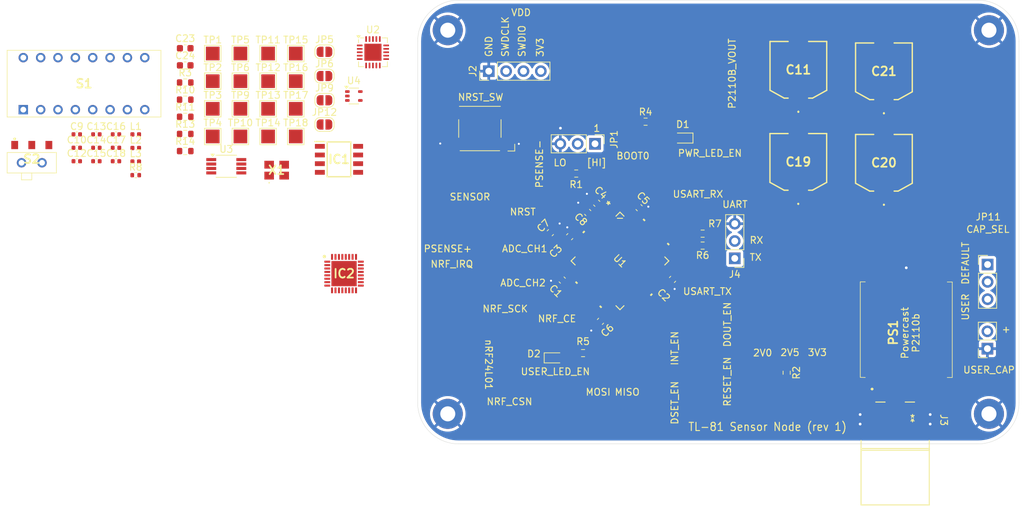
<source format=kicad_pcb>
(kicad_pcb (version 20240108) (generator "pcbnew") (generator_version "8.0")
  (layers (0 "F.Cu" signal) (31 "B.Cu" power) (34 "B.Paste" user) (35 "F.Paste" user) (36 "B.SilkS" user "B.Silkscreen") (37 "F.SilkS" user "F.Silkscreen") (38 "B.Mask" user) (39 "F.Mask" user) (44 "Edge.Cuts" user))
  (net 0 "")
  (net 1 "GND")
  (net 2 "+3.3V")
  (net 3 "/NRST")
  (net 4 "Net-(U2-DVDD)")
  (net 5 "PSENSE_PLUS")
  (net 6 "Net-(U2-XC2)")
  (net 7 "PSENSE_MINUS")
  (net 8 "Net-(C11-+)")
  (net 9 "/BOOT0")
  (net 11 "NRF_CSN")
  (net 15 "USART1_RX")
  (net 18 "Net-(U2-XC1)")
  (net 22 "Net-(C15-Pad1)")
  (net 23 "NRF_IRQ")
  (net 26 "NRF_SCK")
  (net 30 "NRF_MISO")
  (net 32 "Net-(JP5-B)")
  (net 36 "Net-(JP6-B)")
  (net 37 "SWCLK")
  (net 39 "Net-(JP9-B)")
  (net 40 "USART1_TX")
  (net 45 "Net-(AE1-A)")
  (net 49 "SWDIO")
  (net 52 "NRF_MOSI")
  (net 55 "VDD")
  (net 56 "Net-(U2-VDD_PA)")
  (net 57 "Net-(D1-A)")
  (net 58 "P2110B_RESET")
  (net 59 "P2110B_DOUT")
  (net 60 "P2110B_DSET")
  (net 63 "P2110B_INT")
  (net 65 "POWER_LED_EN")
  (net 66 "USER_LED_EN")
  (net 67 "/RFIN")
  (net 68 "NRF_CE")
  (net 70 "Net-(D2-A)")
  (net 72 "/USER_LED")
  (net 73 "Net-(J4-Pin_1)")
  (net 74 "Net-(J4-Pin_2)")
  (net 75 "/VSET")
  (net 77 "VCAP")
  (net 78 "Net-(JP12-B)")
  (net 79 "/P2110B_VOUT")
  (net 80 "Net-(JP1-C)")
  (net 81 "Net-(J5-Pin_2)")
  (net 82 "Net-(U2-ANT1)")
  (net 85 "Net-(U2-ANT2)")
  (net 86 "Net-(U2-IREF)")
  (net 87 "Net-(U4-+)")
  (net 88 "Net-(R13-Pad2)")
  (net 89 "Net-(R13-Pad1)")
  (net 104 "PSENSE_OUT")
  (net 105 "PSENSE_VREF")
  (net 106 "Net-(TP16-Pad1)")
  (footprint "libtpms:AYZ0102AGRLC" (layer "F.Cu") (at -16.48 103.27)
    (property "Reference" "S2" (at 0 0 0) (layer "F.SilkS") (effects (font (size 1.27 1.27) (thickness 0.254))))
    (property "Value" "AYZ0102AGRLC" (hide yes))
    (pad "1" smd rect (at -2.5 -2.05) (size 1 1.2) (layers "F.Cu" "F.Paste" "F.Mask") (net 79 "/P2110B_VOUT"))
    (pad "2" smd rect (at 0 -2.05) (size 1 1.2) (layers "F.Cu" "F.Paste" "F.Mask") (net 55 "VDD"))
    (pad "3" smd rect (at 2.5 -2.05) (size 1 1.2) (layers "F.Cu" "F.Paste" "F.Mask") (net 2 "+3.3V"))
    (pad "4" thru_hole circle (at -1.5 0.55) (size 1.381 1.381) (drill 0.85) (layers "*.Cu" "*.Mask"))
    (pad "5" thru_hole circle (at 1.5 0.55) (size 1.381 1.381) (drill 0.85) (layers "*.Cu" "*.Mask"))
  )
  (footprint "TestPoint:TestPoint_Pad_2.0x2.0mm" (layer "F.Cu") (at 22.155 99.965)
    (property "Reference" "TP18" (at 0 -1.998 0) (layer "F.SilkS"))
    (property "Value" "~")
    (pad "1" smd rect (at 0 0) (size 2 2) (layers "F.Cu" "F.Mask") (net 77 "VCAP"))
  )
  (footprint "Capacitor_SMD:C_0603_1608Metric" (layer "F.Cu") (at 61.15 121 135)
    (property "Reference" "C1" (at -0.459619 -1.803122 -45) (layer "F.SilkS"))
    (property "Value" "100n")
    (pad "1" smd roundrect (at -0.775 0 135) (size 0.9 0.95) (layers "F.Cu" "F.Paste" "F.Mask") (net 55 "VDD"))
    (pad "2" smd roundrect (at 0.775 0 135) (size 0.9 0.95) (layers "F.Cu" "F.Paste" "F.Mask") (net 1 "GND"))
  )
  (footprint "Connector_PinHeader_2.54mm:PinHeader_1x03_P2.54mm_Vertical" (layer "F.Cu") (at 65.95 101.04 -90)
    (property "Reference" "JP1" (at -0.64 -2.79 90) (layer "F.SilkS"))
    (property "Value" "BOOT0 SEL")
    (pad "1" thru_hole rect (at 0 0 270) (size 1.7 1.7) (drill 1) (layers "*.Cu" "*.Mask") (net 55 "VDD"))
    (pad "2" thru_hole oval (at 0 2.54 270) (size 1.7 1.7) (drill 1) (layers "*.Cu" "*.Mask") (net 80 "Net-(JP1-C)"))
    (pad "3" thru_hole oval (at 0 5.08 270) (size 1.7 1.7) (drill 1) (layers "*.Cu" "*.Mask") (net 1 "GND"))
  )
  (footprint "Resistor_SMD:R_0603_1608Metric" (layer "F.Cu") (at 5.975 97.085)
    (property "Reference" "R11" (at 0 -1.43 0) (layer "F.SilkS"))
    (property "Value" "17k")
    (pad "1" smd roundrect (at -0.825 0) (size 0.8 0.95) (layers "F.Cu" "F.Paste" "F.Mask") (net 55 "VDD"))
    (pad "2" smd roundrect (at 0.825 0) (size 0.8 0.95) (layers "F.Cu" "F.Paste" "F.Mask") (net 87 "Net-(U4-+)"))
  )
  (footprint "libtpms:206124" (layer "F.Cu") (at -17.72 96.04)
    (property "Reference" "S1" (at 8.89 -3.81 0) (layer "F.SilkS") (effects (font (size 1.27 1.27) (thickness 0.254))))
    (property "Value" "206-124" (hide yes))
    (pad "1" thru_hole rect (at 0 0) (size 1.381 1.381) (drill 0.85) (layers "*.Cu" "*.Mask"))
    (pad "2" thru_hole circle (at 2.54 0) (size 1.381 1.381) (drill 0.85) (layers "*.Cu" "*.Mask"))
    (pad "3" thru_hole circle (at 5.08 0) (size 1.381 1.381) (drill 0.85) (layers "*.Cu" "*.Mask"))
    (pad "4" thru_hole circle (at 7.62 0) (size 1.381 1.381) (drill 0.85) (layers "*.Cu" "*.Mask"))
    (pad "5" thru_hole circle (at 10.16 0) (size 1.381 1.381) (drill 0.85) (layers "*.Cu" "*.Mask"))
    (pad "6" thru_hole circle (at 12.7 0) (size 1.381 1.381) (drill 0.85) (layers "*.Cu" "*.Mask") (net 1 "GND"))
    (pad "7" thru_hole circle (at 15.24 0) (size 1.381 1.381) (drill 0.85) (layers "*.Cu" "*.Mask"))
    (pad "8" thru_hole circle (at 17.78 0) (size 1.381 1.381) (drill 0.85) (layers "*.Cu" "*.Mask") (net 1 "GND"))
    (pad "9" thru_hole circle (at 17.78 -7.62) (size 1.381 1.381) (drill 0.85) (layers "*.Cu" "*.Mask") (net 65 "POWER_LED_EN"))
    (pad "10" thru_hole circle (at 15.24 -7.62) (size 1.381 1.381) (drill 0.85) (layers "*.Cu" "*.Mask"))
    (pad "11" thru_hole circle (at 12.7 -7.62) (size 1.381 1.381) (drill 0.85) (layers "*.Cu" "*.Mask") (net 66 "USER_LED_EN"))
    (pad "12" thru_hole circle (at 10.16 -7.62) (size 1.381 1.381) (drill 0.85) (layers "*.Cu" "*.Mask"))
    (pad "13" thru_hole circle (at 7.62 -7.62) (size 1.381 1.381) (drill 0.85) (layers "*.Cu" "*.Mask"))
    (pad "14" thru_hole circle (at 5.08 -7.62) (size 1.381 1.381) (drill 0.85) (layers "*.Cu" "*.Mask"))
    (pad "15" thru_hole circle (at 2.54 -7.62) (size 1.381 1.381) (drill 0.85) (layers "*.Cu" "*.Mask"))
    (pad "16" thru_hole circle (at 0 -7.62) (size 1.381 1.381) (drill 0.85) (layers "*.Cu" "*.Mask"))
  )
  (footprint "Button_Switch_SMD:SW_SPST_Omron_B3FS-100xP" (layer "F.Cu") (at 49.1 98.8 180)
    (property "Reference" "SW1" (hide yes))
    (property "Value" "SW_Push")
    (pad "1" smd rect (at -4 -2.25) (size 1.6 1.4) (layers "F.Cu" "F.Paste" "F.Mask") (net 1 "GND"))
    (pad "1" smd rect (at 4 -2.25) (size 1.6 1.4) (layers "F.Cu" "F.Paste" "F.Mask") (net 1 "GND"))
    (pad "2" smd rect (at -4 2.25) (size 1.6 1.4) (layers "F.Cu" "F.Paste" "F.Mask") (net 3 "/NRST"))
    (pad "2" smd rect (at 4 2.25) (size 1.6 1.4) (layers "F.Cu" "F.Paste" "F.Mask") (net 3 "/NRST"))
  )
  (footprint "Capacitor_SMD:C_0402_1005Metric" (layer "F.Cu") (at -9.895 101.625)
    (property "Reference" "C10" (at 0 -1.16 0) (layer "F.SilkS"))
    (property "Value" "10p")
    (pad "1" smd roundrect (at -0.48 0) (size 0.56 0.62) (layers "F.Cu" "F.Paste" "F.Mask") (net 6 "Net-(U2-XC2)"))
    (pad "2" smd roundrect (at 0.48 0) (size 0.56 0.62) (layers "F.Cu" "F.Paste" "F.Mask") (net 1 "GND"))
  )
  (footprint "Package_TO_SOT_SMD:SOT-353_SC-70-5" (layer "F.Cu") (at 30.655 94.04)
    (property "Reference" "U4" (at 0 -2.25 0) (layer "F.SilkS"))
    (property "Value" "TLV9001IDCK")
    (pad "1" smd roundrect (at -0.95 -0.65) (size 0.65 0.4) (layers "F.Cu" "F.Paste" "F.Mask") (net 87 "Net-(U4-+)"))
    (pad "2" smd roundrect (at -0.95 0) (size 0.65 0.4) (layers "F.Cu" "F.Paste" "F.Mask") (net 1 "GND"))
    (pad "3" smd roundrect (at -0.95 0.65) (size 0.65 0.4) (layers "F.Cu" "F.Paste" "F.Mask") (net 105 "PSENSE_VREF"))
    (pad "4" smd roundrect (at 0.95 0.65) (size 0.65 0.4) (layers "F.Cu" "F.Paste" "F.Mask") (net 105 "PSENSE_VREF"))
    (pad "5" smd roundrect (at 0.95 -0.65) (size 0.65 0.4) (layers "F.Cu" "F.Paste" "F.Mask") (net 55 "VDD"))
  )
  (footprint "libtpms:P2110B" (layer "F.Cu") (at 111.5 128.269 90)
    (property "Reference" "PS1" (at -0.431 -1.9 -90) (layer "F.SilkS") (effects (font (size 1.27 1.27) (thickness 0.254))))
    (property "Value" "P2110B" (hide yes))
    (pad "1" smd rect (at -6.985 -4.953 180) (size 1.27 1.905) (layers "F.Cu" "F.Paste" "F.Mask"))
    (pad "2" smd rect (at -6.985 -3.302 180) (size 1.27 1.905) (layers "F.Cu" "F.Paste" "F.Mask") (net 1 "GND"))
    (pad "3" smd rect (at -6.985 -1.651 180) (size 1.27 1.905) (layers "F.Cu" "F.Paste" "F.Mask") (net 67 "/RFIN"))
    (pad "4" smd rect (at -6.985 0 180) (size 1.27 1.905) (layers "F.Cu" "F.Paste" "F.Mask") (net 1 "GND"))
    (pad "5" smd rect (at -6.985 1.651 180) (size 1.27 1.905) (layers "F.Cu" "F.Paste" "F.Mask") (net 36 "Net-(JP6-B)"))
    (pad "6" smd rect (at -6.985 3.302 180) (size 1.27 1.905) (layers "F.Cu" "F.Paste" "F.Mask") (net 32 "Net-(JP5-B)"))
    (pad "7" smd rect (at -6.985 4.953 180) (size 1.27 1.905) (layers "F.Cu" "F.Paste" "F.Mask") (net 78 "Net-(JP12-B)"))
    (pad "8" smd rect (at 6.985 4.953 180) (size 1.27 1.905) (layers "F.Cu" "F.Paste" "F.Mask") (net 77 "VCAP"))
    (pad "9" smd rect (at 6.985 3.302 180) (size 1.27 1.905) (layers "F.Cu" "F.Paste" "F.Mask"))
    (pad "10" smd rect (at 6.985 1.651 180) (size 1.27 1.905) (layers "F.Cu" "F.Paste" "F.Mask") (net 75 "/VSET"))
    (pad "11" smd rect (at 6.985 0 180) (size 1.27 1.905) (layers "F.Cu" "F.Paste" "F.Mask") (net 1 "GND"))
    (pad "12" smd rect (at 6.985 -1.651 180) (size 1.27 1.905) (layers "F.Cu" "F.Paste" "F.Mask") (net 79 "/P2110B_VOUT"))
    (pad "13" smd rect (at 6.985 -3.302 180) (size 1.27 1.905) (layers "F.Cu" "F.Paste" "F.Mask") (net 39 "Net-(JP9-B)"))
    (pad "14" smd rect (at 6.985 -4.953 180) (size 1.27 1.905) (layers "F.Cu" "F.Paste" "F.Mask"))
  )
  (footprint "Jumper:SolderJumper-2_P1.3mm_Open_RoundedPad1.0x1.5mm" (layer "F.Cu") (at 26.355 94.665)
    (property "Reference" "JP9" (at 0 -1.8 0) (layer "F.SilkS"))
    (property "Value" "DOUT_EN")
    (pad "1" smd custom (at -0.65 0) (size 1 0.5) (layers "F.Cu" "F.Mask") (net 59 "P2110B_DOUT") (options (clearance outline) (anchor rect)) (primitives (gr_circle (center 0 0.25) (end 0.5 0.25) (width 0) (fill yes)) (gr_circle (center 0 -0.25) (end 0.5 -0.25) (width 0) (fill yes)) (gr_poly (pts (xy 0.5 0.75) (xy 0 0.75) (xy 0 -0.75) (xy 0.5 -0.75)) (width 0) (fill yes))))
    (pad "2" smd custom (at 0.65 0) (size 1 0.5) (layers "F.Cu" "F.Mask") (net 39 "Net-(JP9-B)") (options (clearance outline) (anchor rect)) (primitives (gr_circle (center 0 0.25) (end 0.5 0.25) (width 0) (fill yes)) (gr_circle (center 0 -0.25) (end 0.5 -0.25) (width 0) (fill yes)) (gr_poly (pts (xy 0 0.75) (xy -0.5 0.75) (xy -0.5 -0.75) (xy 0 -0.75)) (width 0) (fill yes))))
  )
  (footprint "TestPoint:TestPoint_Pad_2.0x2.0mm" (layer "F.Cu") (at 22.155 95.915)
    (property "Reference" "TP17" (at 0 -1.998 0) (layer "F.SilkS"))
    (property "Value" "~")
    (pad "1" smd rect (at 0 0) (size 2 2) (layers "F.Cu" "F.Mask") (net 1 "GND"))
  )
  (footprint "TestPoint:TestPoint_Pad_2.0x2.0mm" (layer "F.Cu") (at 18.105 87.815)
    (property "Reference" "TP11" (at 0 -1.998 0) (layer "F.SilkS"))
    (property "Value" "~")
    (pad "1" smd rect (at 0 0) (size 2 2) (layers "F.Cu" "F.Mask") (net 7 "PSENSE_MINUS"))
  )
  (footprint "Resistor_SMD:R_0603_1608Metric" (layer "F.Cu") (at 5.975 99.595)
    (property "Reference" "R13" (at 0 -1.43 0) (layer "F.SilkS"))
    (property "Value" "100k")
    (pad "1" smd roundrect (at -0.825 0) (size 0.8 0.95) (layers "F.Cu" "F.Paste" "F.Mask") (net 89 "Net-(R13-Pad1)"))
    (pad "2" smd roundrect (at 0.825 0) (size 0.8 0.95) (layers "F.Cu" "F.Paste" "F.Mask") (net 88 "Net-(R13-Pad2)"))
  )
  (footprint "TestPoint:TestPoint_Pad_2.0x2.0mm" (layer "F.Cu") (at 10.005 87.815)
    (property "Reference" "TP1" (at 0 -1.998 0) (layer "F.SilkS"))
    (property "Value" "~")
    (pad "1" smd rect (at 0 0) (size 2 2) (layers "F.Cu" "F.Mask") (net 23 "NRF_IRQ"))
  )
  (footprint "Capacitor_SMD:C_0603_1608Metric" (layer "F.Cu") (at 66.2 109.74 135)
    (property "Reference" "C4" (at 0.66468 1.513209 135) (layer "F.SilkS"))
    (property "Value" "100n")
    (pad "1" smd roundrect (at -0.775 0 135) (size 0.9 0.95) (layers "F.Cu" "F.Paste" "F.Mask") (net 55 "VDD"))
    (pad "2" smd roundrect (at 0.775 0 135) (size 0.9 0.95) (layers "F.Cu" "F.Paste" "F.Mask") (net 1 "GND"))
  )
  (footprint "Resistor_SMD:R_0603_1608Metric" (layer "F.Cu") (at 64.2 131.7 180)
    (property "Reference" "R5" (at 0 1.7 180) (layer "F.SilkS"))
    (property "Value" "220R")
    (pad "1" smd roundrect (at -0.825 0 180) (size 0.8 0.95) (layers "F.Cu" "F.Paste" "F.Mask") (net 72 "/USER_LED"))
    (pad "2" smd roundrect (at 0.825 0 180) (size 0.8 0.95) (layers "F.Cu" "F.Paste" "F.Mask") (net 70 "Net-(D2-A)"))
  )
  (footprint "Capacitor_SMD:C_0402_1005Metric" (layer "F.Cu") (at -9.895 99.655)
    (property "Reference" "C9" (at 0 -1.16 0) (layer "F.SilkS"))
    (property "Value" "33n")
    (pad "1" smd roundrect (at -0.48 0) (size 0.56 0.62) (layers "F.Cu" "F.Paste" "F.Mask") (net 4 "Net-(U2-DVDD)"))
    (pad "2" smd roundrect (at 0.48 0) (size 0.56 0.62) (layers "F.Cu" "F.Paste" "F.Mask") (net 1 "GND"))
  )
  (footprint "Resistor_SMD:R_0603_1608Metric" (layer "F.Cu") (at 5.975 102.105)
    (property "Reference" "R14" (at 0 -1.43 0) (layer "F.SilkS"))
    (property "Value" "17k")
    (pad "1" smd roundrect (at -0.825 0) (size 0.8 0.95) (layers "F.Cu" "F.Paste" "F.Mask") (net 87 "Net-(U4-+)"))
    (pad "2" smd roundrect (at 0.825 0) (size 0.8 0.95) (layers "F.Cu" "F.Paste" "F.Mask") (net 1 "GND"))
  )
  (footprint "Capacitor_SMD:C_0402_1005Metric" (layer "F.Cu") (at -7.025 101.625)
    (property "Reference" "C14" (at 0 -1.16 0) (layer "F.SilkS"))
    (property "Value" "10n")
    (pad "1" smd roundrect (at -0.48 0) (size 0.56 0.62) (layers "F.Cu" "F.Paste" "F.Mask") (net 55 "VDD"))
    (pad "2" smd roundrect (at 0.48 0) (size 0.56 0.62) (layers "F.Cu" "F.Paste" "F.Mask") (net 1 "GND"))
  )
  (footprint "Capacitor_SMD:C_0603_1608Metric" (layer "F.Cu") (at 77.294454 120.905546 -135)
    (property "Reference" "C2" (at 2.537741 -0.707107 -45) (layer "F.SilkS"))
    (property "Value" "100n")
    (pad "1" smd roundrect (at -0.775 0 225) (size 0.9 0.95) (layers "F.Cu" "F.Paste" "F.Mask") (net 55 "VDD"))
    (pad "2" smd roundrect (at 0.775 0 225) (size 0.9 0.95) (layers "F.Cu" "F.Paste" "F.Mask") (net 1 "GND"))
  )
  (footprint "Capacitor_SMD:C_0603_1608Metric" (layer "F.Cu") (at 62.241992 114.648008 45)
    (property "Reference" "C3" (at -2.965595 0.077782 45) (layer "F.SilkS"))
    (property "Value" "100n")
    (pad "1" smd roundrect (at -0.775 0 45) (size 0.9 0.95) (layers "F.Cu" "F.Paste" "F.Mask") (net 55 "VDD"))
    (pad "2" smd roundrect (at 0.775 0 45) (size 0.9 0.95) (layers "F.Cu" "F.Paste" "F.Mask") (net 1 "GND"))
  )
  (footprint "Package_DFN_QFN:QFN-20-1EP_4x4mm_P0.5mm_EP2.5x2.5mm" (layer "F.Cu") (at 33.45 87.63)
    (property "Reference" "U2" (at 0 -3.3 0) (layer "F.SilkS"))
    (property "Value" "nRF24L01P")
    (pad "1" smd roundrect (at -1.9375 -1) (size 0.825 0.25) (layers "F.Cu" "F.Paste" "F.Mask") (net 68 "NRF_CE"))
    (pad "2" smd roundrect (at -1.9375 -0.5) (size 0.825 0.25) (layers "F.Cu" "F.Paste" "F.Mask") (net 11 "NRF_CSN"))
    (pad "3" smd roundrect (at -1.9375 0) (size 0.825 0.25) (layers "F.Cu" "F.Paste" "F.Mask") (net 26 "NRF_SCK"))
    (pad "4" smd roundrect (at -1.9375 0.5) (size 0.825 0.25) (layers "F.Cu" "F.Paste" "F.Mask") (net 52 "NRF_MOSI"))
    (pad "5" smd roundrect (at -1.9375 1) (size 0.825 0.25) (layers "F.Cu" "F.Paste" "F.Mask") (net 30 "NRF_MISO"))
    (pad "6" smd roundrect (at -1 1.9375) (size 0.25 0.825) (layers "F.Cu" "F.Paste" "F.Mask") (net 23 "NRF_IRQ"))
    (pad "7" smd roundrect (at -0.5 1.9375) (size 0.25 0.825) (layers "F.Cu" "F.Paste" "F.Mask") (net 55 "VDD"))
    (pad "8" smd roundrect (at 0 1.9375) (size 0.25 0.825) (layers "F.Cu" "F.Paste" "F.Mask") (net 1 "GND"))
    (pad "9" smd roundrect (at 0.5 1.9375) (size 0.25 0.825) (layers "F.Cu" "F.Paste" "F.Mask") (net 6 "Net-(U2-XC2)"))
    (pad "10" smd roundrect (at 1 1.9375) (size 0.25 0.825) (layers "F.Cu" "F.Paste" "F.Mask") (net 18 "Net-(U2-XC1)"))
    (pad "11" smd roundrect (at 1.9375 1) (size 0.825 0.25) (layers "F.Cu" "F.Paste" "F.Mask") (net 56 "Net-(U2-VDD_PA)"))
    (pad "12" smd roundrect (at 1.9375 0.5) (size 0.825 0.25) (layers "F.Cu" "F.Paste" "F.Mask") (net 82 "Net-(U2-ANT1)"))
    (pad "13" smd roundrect (at 1.9375 0) (size 0.825 0.25) (layers "F.Cu" "F.Paste" "F.Mask") (net 85 "Net-(U2-ANT2)"))
    (pad "14" smd roundrect (at 1.9375 -0.5) (size 0.825 0.25) (layers "F.Cu" "F.Paste" "F.Mask") (net 1 "GND"))
    (pad "15" smd roundrect (at 1.9375 -1) (size 0.825 0.25) (layers "F.Cu" "F.Paste" "F.Mask") (net 55 "VDD"))
    (pad "16" smd roundrect (at 1 -1.9375) (size 0.25 0.825) (layers "F.Cu" "F.Paste" "F.Mask") (net 86 "Net-(U2-IREF)"))
    (pad "17" smd roundrect (at 0.5 -1.9375) (size 0.25 0.825) (layers "F.Cu" "F.Paste" "F.Mask") (net 1 "GND"))
    (pad "18" smd roundrect (at 0 -1.9375) (size 0.25 0.825) (layers "F.Cu" "F.Paste" "F.Mask") (net 55 "VDD"))
    (pad "19" smd roundrect (at -0.5 -1.9375) (size 0.25 0.825) (layers "F.Cu" "F.Paste" "F.Mask") (net 4 "Net-(U2-DVDD)"))
    (pad "20" smd roundrect (at -1 -1.9375) (size 0.25 0.825) (layers "F.Cu" "F.Paste" "F.Mask") (net 1 "GND"))
    (pad "21" smd rect (at 0 0) (size 2.5 2.5) (property pad_prop_heatsink) (layers "F.Cu" "F.Mask"))
  )
  (footprint "Capacitor_SMD:C_0603_1608Metric" (layer "F.Cu") (at 5.975 87.045)
    (property "Reference" "C23" (at 0 -1.43 0) (layer "F.SilkS"))
    (property "Value" "100n")
    (pad "1" smd roundrect (at -0.775 0) (size 0.9 0.95) (layers "F.Cu" "F.Paste" "F.Mask") (net 55 "VDD"))
    (pad "2" smd roundrect (at 0.775 0) (size 0.9 0.95) (layers "F.Cu" "F.Paste" "F.Mask") (net 1 "GND"))
  )
  (footprint "Capacitor_SMD:C_0603_1608Metric" (layer "F.Cu") (at 5.975 89.555)
    (property "Reference" "C24" (at 0 -1.43 0) (layer "F.SilkS"))
    (property "Value" "100n")
    (pad "1" smd roundrect (at -0.775 0) (size 0.9 0.95) (layers "F.Cu" "F.Paste" "F.Mask") (net 55 "VDD"))
    (pad "2" smd roundrect (at 0.775 0) (size 0.9 0.95) (layers "F.Cu" "F.Paste" "F.Mask") (net 1 "GND"))
  )
  (footprint "Capacitor_SMD:C_0603_1608Metric" (layer "F.Cu") (at 64.88 111.1 135)
    (property "Reference" "C8" (at 0 -1.43 -45) (layer "F.SilkS"))
    (property "Value" "100n")
    (pad "1" smd roundrect (at -0.775 0 135) (size 0.9 0.95) (layers "F.Cu" "F.Paste" "F.Mask") (net 3 "/NRST"))
    (pad "2" smd roundrect (at 0.775 0 135) (size 0.9 0.95) (layers "F.Cu" "F.Paste" "F.Mask") (net 1 "GND"))
  )
  (footprint "Jumper:SolderJumper-2_P1.3mm_Open_RoundedPad1.0x1.5mm" (layer "F.Cu") (at 26.355 87.565)
    (property "Reference" "JP5" (at 0 -1.8 0) (layer "F.SilkS"))
    (property "Value" "INT_EN")
    (pad "1" smd custom (at -0.65 0) (size 1 0.5) (layers "F.Cu" "F.Mask") (net 63 "P2110B_INT") (options (clearance outline) (anchor rect)) (primitives (gr_circle (center 0 0.25) (end 0.5 0.25) (width 0) (fill yes)) (gr_circle (center 0 -0.25) (end 0.5 -0.25) (width 0) (fill yes)) (gr_poly (pts (xy 0.5 0.75) (xy 0 0.75) (xy 0 -0.75) (xy 0.5 -0.75)) (width 0) (fill yes))))
    (pad "2" smd custom (at 0.65 0) (size 1 0.5) (layers "F.Cu" "F.Mask") (net 32 "Net-(JP5-B)") (options (clearance outline) (anchor rect)) (primitives (gr_circle (center 0 0.25) (end 0.5 0.25) (width 0) (fill yes)) (gr_circle (center 0 -0.25) (end 0.5 -0.25) (width 0) (fill yes)) (gr_poly (pts (xy 0 0.75) (xy -0.5 0.75) (xy -0.5 -0.75) (xy 0 -0.75)) (width 0) (fill yes))))
  )
  (footprint "Capacitor_SMD:C_0603_1608Metric" (layer "F.Cu") (at 66.748008 127.051992 -135)
    (property "Reference" "C6" (at 0.238185 -1.668186 -135) (layer "F.SilkS"))
    (property "Value" "100n")
    (pad "1" smd roundrect (at -0.775 0 225) (size 0.9 0.95) (layers "F.Cu" "F.Paste" "F.Mask") (net 55 "VDD"))
    (pad "2" smd roundrect (at 0.775 0 225) (size 0.9 0.95) (layers "F.Cu" "F.Paste" "F.Mask") (net 1 "GND"))
  )
  (footprint "libtpms:LQFP64_STM" (layer "F.Cu") (at 69.6 118.2 -45)
    (property "Reference" "U1" (at 0 0 -45) (layer "F.SilkS"))
    (property "Value" "STM32U031R8T6")
    (fp_text user "*" (at -7.2 -4.5 -45) (layer "F.SilkS"))
    (fp_text user "*" (at -7.2 -4.5 135) (layer "F.SilkS"))
    (pad "1" smd rect (at -5.6261 -3.75 45) (size 0.2794 1.4732) (layers "F.Cu" "F.Paste" "F.Mask") (net 55 "VDD"))
    (pad "2" smd rect (at -5.6261 -3.250001 45) (size 0.2794 1.4732) (layers "F.Cu" "F.Paste" "F.Mask"))
    (pad "3" smd rect (at -5.6261 -2.75 45) (size 0.2794 1.4732) (layers "F.Cu" "F.Paste" "F.Mask"))
    (pad "4" smd rect (at -5.626099 -2.250001 45) (size 0.2794 1.4732) (layers "F.Cu" "F.Paste" "F.Mask"))
    (pad "5" smd rect (at -5.6261 -1.749999 45) (size 0.2794 1.4732) (layers "F.Cu" "F.Paste" "F.Mask"))
    (pad "6" smd rect (at -5.6261 -1.25 45) (size 0.2794 1.4732) (layers "F.Cu" "F.Paste" "F.Mask"))
    (pad "7" smd rect (at -5.6261 -0.750001 45) (size 0.2794 1.4732) (layers "F.Cu" "F.Paste" "F.Mask") (net 3 "/NRST"))
    (pad "8" smd rect (at -5.6261 -0.25 45) (size 0.2794 1.4732) (layers "F.Cu" "F.Paste" "F.Mask") (net 104 "PSENSE_OUT"))
    (pad "9" smd rect (at -5.6261 0.25 45) (size 0.2794 1.4732) (layers "F.Cu" "F.Paste" "F.Mask") (net 105 "PSENSE_VREF"))
    (pad "10" smd rect (at -5.6261 0.750001 45) (size 0.2794 1.4732) (layers "F.Cu" "F.Paste" "F.Mask") (net 5 "PSENSE_PLUS"))
    (pad "11" smd rect (at -5.6261 1.25 45) (size 0.2794 1.4732) (layers "F.Cu" "F.Paste" "F.Mask") (net 7 "PSENSE_MINUS"))
    (pad "12" smd rect (at -5.6261 1.749999 45) (size 0.2794 1.4732) (layers "F.Cu" "F.Paste" "F.Mask") (net 1 "GND"))
    (pad "13" smd rect (at -5.626099 2.250001 45) (size 0.2794 1.4732) (layers "F.Cu" "F.Paste" "F.Mask") (net 55 "VDD"))
    (pad "14" smd rect (at -5.6261 2.75 45) (size 0.2794 1.4732) (layers "F.Cu" "F.Paste" "F.Mask"))
    (pad "15" smd rect (at -5.6261 3.250001 45) (size 0.2794 1.4732) (layers "F.Cu" "F.Paste" "F.Mask"))
    (pad "16" smd rect (at -5.6261 3.75 45) (size 0.2794 1.4732) (layers "F.Cu" "F.Paste" "F.Mask"))
    (pad "17" smd rect (at -3.75 5.6261 315) (size 0.2794 1.4732) (layers "F.Cu" "F.Paste" "F.Mask") (net 59 "P2110B_DOUT"))
    (pad "18" smd rect (at -3.250001 5.6261 315) (size 0.2794 1.4732) (layers "F.Cu" "F.Paste" "F.Mask") (net 1 "GND"))
    (pad "19" smd rect (at -2.75 5.6261 315) (size 0.2794 1.4732) (layers "F.Cu" "F.Paste" "F.Mask") (net 55 "VDD"))
    (pad "20" smd rect (at -2.250001 5.626099 315) (size 0.2794 1.4732) (layers "F.Cu" "F.Paste" "F.Mask") (net 23 "NRF_IRQ"))
    (pad "21" smd rect (at -1.749999 5.6261 315) (size 0.2794 1.4732) (layers "F.Cu" "F.Paste" "F.Mask") (net 26 "NRF_SCK"))
    (pad "22" smd rect (at -1.25 5.6261 315) (size 0.2794 1.4732) (layers "F.Cu" "F.Paste" "F.Mask") (net 30 "NRF_MISO"))
    (pad "23" smd rect (at -0.750001 5.6261 315) (size 0.2794 1.4732) (layers "F.Cu" "F.Paste" "F.Mask") (net 52 "NRF_MOSI"))
    (pad "24" smd rect (at -0.25 5.6261 315) (size 0.2794 1.4732) (layers "F.Cu" "F.Paste" "F.Mask"))
    (pad "25" smd rect (at 0.25 5.6261 315) (size 0.2794 1.4732) (layers "F.Cu" "F.Paste" "F.Mask") (net 11 "NRF_CSN"))
    (pad "26" smd rect (at 0.750001 5.6261 315) (size 0.2794 1.4732) (layers "F.Cu" "F.Paste" "F.Mask") (net 68 "NRF_CE"))
    (pad "27" smd rect (at 1.25 5.6261 315) (size 0.2794 1.4732) (layers "F.Cu" "F.Paste" "F.Mask"))
    (pad "28" smd rect (at 1.749999 5.6261 315) (size 0.2794 1.4732) (layers "F.Cu" "F.Paste" "F.Mask"))
    (pad "29" smd rect (at 2.250001 5.626099 315) (size 0.2794 1.4732) (layers "F.Cu" "F.Paste" "F.Mask"))
    (pad "30" smd rect (at 2.75 5.6261 315) (size 0.2794 1.4732) (layers "F.Cu" "F.Paste" "F.Mask") (net 72 "/USER_LED"))
    (pad "31" smd rect (at 3.250001 5.6261 315) (size 0.2794 1.4732) (layers "F.Cu" "F.Paste" "F.Mask") (net 1 "GND"))
    (pad "32" smd rect (at 3.75 5.6261 315) (size 0.2794 1.4732) (layers "F.Cu" "F.Paste" "F.Mask") (net 55 "VDD"))
    (pad "33" smd rect (at 5.6261 3.75 45) (size 0.2794 1.4732) (layers "F.Cu" "F.Paste" "F.Mask"))
    (pad "34" smd rect (at 5.6261 3.250001 45) (size 0.2794 1.4732) (layers "F.Cu" "F.Paste" "F.Mask"))
    (pad "35" smd rect (at 5.6261 2.75 45) (size 0.2794 1.4732) (layers "F.Cu" "F.Paste" "F.Mask") (net 60 "P2110B_DSET"))
    (pad "36" smd rect (at 5.626099 2.250001 45) (size 0.2794 1.4732) (layers "F.Cu" "F.Paste" "F.Mask") (net 63 "P2110B_INT"))
    (pad "37" smd rect (at 5.6261 1.749999 45) (size 0.2794 1.4732) (layers "F.Cu" "F.Paste" "F.Mask") (net 58 "P2110B_RESET"))
    (pad "38" smd rect (at 5.6261 1.25 45) (size 0.2794 1.4732) (layers "F.Cu" "F.Paste" "F.Mask"))
    (pad "39" smd rect (at 5.6261 0.750001 45) (size 0.2794 1.4732) (layers "F.Cu" "F.Paste" "F.Mask"))
    (pad "40" smd rect (at 5.6261 0.25 45) (size 0.2794 1.4732) (layers "F.Cu" "F.Paste" "F.Mask"))
    (pad "41" smd rect (at 5.6261 -0.25 45) (size 0.2794 1.4732) (layers "F.Cu" "F.Paste" "F.Mask"))
    (pad "42" smd rect (at 5.6261 -0.750001 45) (size 0.2794 1.4732) (layers "F.Cu" "F.Paste" "F.Mask") (net 40 "USART1_TX"))
    (pad "43" smd rect (at 5.6261 -1.25 45) (size 0.2794 1.4732) (layers "F.Cu" "F.Paste" "F.Mask") (net 15 "USART1_RX"))
    (pad "44" smd rect (at 5.6261 -1.749999 45) (size 0.2794 1.4732) (layers "F.Cu" "F.Paste" "F.Mask"))
    (pad "45" smd rect (at 5.626099 -2.250001 45) (size 0.2794 1.4732) (layers "F.Cu" "F.Paste" "F.Mask"))
    (pad "46" smd rect (at 5.6261 -2.75 45) (size 0.2794 1.4732) (layers "F.Cu" "F.Paste" "F.Mask") (net 49 "SWDIO"))
    (pad "47" smd rect (at 5.6261 -3.250001 45) (size 0.2794 1.4732) (layers "F.Cu" "F.Paste" "F.Mask") (net 1 "GND"))
    (pad "48" smd rect (at 5.6261 -3.75 45) (size 0.2794 1.4732) (layers "F.Cu" "F.Paste" "F.Mask") (net 55 "VDD"))
    (pad "49" smd rect (at 3.75 -5.6261 315) (size 0.2794 1.4732) (layers "F.Cu" "F.Paste" "F.Mask") (net 37 "SWCLK"))
    (pad "50" smd rect (at 3.250001 -5.6261 315) (size 0.2794 1.4732) (layers "F.Cu" "F.Paste" "F.Mask"))
    (pad "51" smd rect (at 2.75 -5.6261 315) (size 0.2794 1.4732) (layers "F.Cu" "F.Paste" "F.Mask"))
    (pad "52" smd rect (at 2.250001 -5.626099 315) (size 0.2794 1.4732) (layers "F.Cu" "F.Paste" "F.Mask"))
    (pad "53" smd rect (at 1.749999 -5.6261 315) (size 0.2794 1.4732) (layers "F.Cu" "F.Paste" "F.Mask"))
    (pad "54" smd rect (at 1.25 -5.6261 315) (size 0.2794 1.4732) (layers "F.Cu" "F.Paste" "F.Mask"))
    (pad "55" smd rect (at 0.750001 -5.6261 315) (size 0.2794 1.4732) (layers "F.Cu" "F.Paste" "F.Mask"))
    (pad "56" smd rect (at 0.25 -5.6261 315) (size 0.2794 1.4732) (layers "F.Cu" "F.Paste" "F.Mask"))
    (pad "57" smd rect (at -0.25 -5.6261 315) (size 0.2794 1.4732) (layers "F.Cu" "F.Paste" "F.Mask"))
    (pad "58" smd rect (at -0.750001 -5.6261 315) (size 0.2794 1.4732) (layers "F.Cu" "F.Paste" "F.Mask"))
    (pad "59" smd rect (at -1.25 -5.6261 315) (size 0.2794 1.4732) (layers "F.Cu" "F.Paste" "F.Mask"))
    (pad "60" smd rect (at -1.749999 -5.6261 315) (size 0.2794 1.4732) (layers "F.Cu" "F.Paste" "F.Mask") (net 9 "/BOOT0"))
    (pad "61" smd rect (at -2.250001 -5.626099 315) (size 0.2794 1.4732) (layers "F.Cu" "F.Paste" "F.Mask"))
    (pad "62" smd rect (at -2.75 -5.6261 315) (size 0.2794 1.4732) (layers "F.Cu" "F.Paste" "F.Mask"))
    (pad "63" smd rect (at -3.250001 -5.6261 315) (size 0.2794 1.4732) (layers "F.Cu" "F.Paste" "F.Mask") (net 1 "GND"))
    (pad "64" smd rect (at -3.75 -5.6261 315) (size 0.2794 1.4732) (layers "F.Cu" "F.Paste" "F.Mask") (net 55 "VDD"))
  )
  (footprint "Resistor_SMD:R_0603_1608Metric" (layer "F.Cu") (at 63.2 105.4 180)
    (property "Reference" "R1" (at 0 -1.6 180) (layer "F.SilkS"))
    (property "Value" "100k")
    (pad "1" smd roundrect (at -0.825 0 180) (size 0.8 0.95) (layers "F.Cu" "F.Paste" "F.Mask") (net 9 "/BOOT0"))
    (pad "2" smd roundrect (at 0.825 0 180) (size 0.8 0.95) (layers "F.Cu" "F.Paste" "F.Mask") (net 80 "Net-(JP1-C)"))
  )
  (footprint "TestPoint:TestPoint_Pad_2.0x2.0mm" (layer "F.Cu") (at 14.055 91.865)
    (property "Reference" "TP6" (at 0 -1.998 0) (layer "F.SilkS"))
    (property "Value" "~")
    (pad "1" smd rect (at 0 0) (size 2 2) (layers "F.Cu" "F.Mask") (net 11 "NRF_CSN"))
  )
  (footprint "TestPoint:TestPoint_Pad_2.0x2.0mm" (layer "F.Cu") (at 14.055 95.915)
    (property "Reference" "TP9" (at 0 -1.998 0) (layer "F.SilkS"))
    (property "Value" "~")
    (pad "1" smd rect (at 0 0) (size 2 2) (layers "F.Cu" "F.Mask") (net 104 "PSENSE_OUT"))
  )
  (footprint "TestPoint:TestPoint_Pad_2.0x2.0mm" (layer "F.Cu") (at 10.005 95.915)
    (property "Reference" "TP3" (at 0 -1.998 0) (layer "F.SilkS"))
    (property "Value" "~")
    (pad "1" smd rect (at 0 0) (size 2 2) (layers "F.Cu" "F.Mask") (net 30 "NRF_MISO"))
  )
  (footprint "LED_SMD:LED_0603_1608Metric" (layer "F.Cu") (at 78.8 100.2 180)
    (property "Reference" "D1" (at 0 2 180) (layer "F.SilkS"))
    (property "Value" "LED")
    (pad "1" smd roundrect (at -0.7875 0 180) (size 0.875 0.95) (layers "F.Cu" "F.Paste" "F.Mask") (net 65 "POWER_LED_EN"))
    (pad "2" smd roundrect (at 0.7875 0 180) (size 0.875 0.95) (layers "F.Cu" "F.Paste" "F.Mask") (net 57 "Net-(D1-A)"))
  )
  (footprint "Resistor_SMD:R_0603_1608Metric" (layer "F.Cu") (at 94 134.575 -90)
    (property "Reference" "R2" (at 0 -1.43 90) (layer "F.SilkS"))
    (property "Value" "?")
    (pad "1" smd roundrect (at -0.825 0 270) (size 0.8 0.95) (layers "F.Cu" "F.Paste" "F.Mask") (net 79 "/P2110B_VOUT"))
    (pad "2" smd roundrect (at 0.825 0 270) (size 0.8 0.95) (layers "F.Cu" "F.Paste" "F.Mask") (net 75 "/VSET"))
  )
  (footprint "TestPoint:TestPoint_Pad_2.0x2.0mm" (layer "F.Cu") (at 18.105 91.865)
    (property "Reference" "TP12" (at 0 -1.998 0) (layer "F.SilkS"))
    (property "Value" "~")
    (pad "1" smd rect (at 0 0) (size 2 2) (layers "F.Cu" "F.Mask") (net 105 "PSENSE_VREF"))
  )
  (footprint "Capacitor_SMD:C_0603_1608Metric" (layer "F.Cu") (at 72.4 110.4 -45)
    (property "Reference" "C5" (at -0.565685 -1.414214 -45) (layer "F.SilkS"))
    (property "Value" "100n")
    (pad "1" smd roundrect (at -0.775 0 315) (size 0.9 0.95) (layers "F.Cu" "F.Paste" "F.Mask") (net 55 "VDD"))
    (pad "2" smd roundrect (at 0.775 0 315) (size 0.9 0.95) (layers "F.Cu" "F.Paste" "F.Mask") (net 1 "GND"))
  )
  (footprint "libtpms:EEETC1V470P" (layer "F.Cu") (at 95.71 90.2)
    (property "Reference" "C11" (at 0 0 0) (layer "F.SilkS") (effects (font (size 1.27 1.27) (thickness 0.254))))
    (property "Value" "EEE-FP0J102AL" (hide yes))
    (pad "1" smd rect (at 0 3.55) (size 2 4) (layers "F.Cu" "F.Paste" "F.Mask") (net 8 "Net-(C11-+)"))
    (pad "2" smd rect (at 0 -3.55) (size 2 4) (layers "F.Cu" "F.Paste" "F.Mask") (net 1 "GND"))
  )
  (footprint "TestPoint:TestPoint_Pad_2.0x2.0mm" (layer "F.Cu") (at 14.055 87.815)
    (property "Reference" "TP5" (at 0 -1.998 0) (layer "F.SilkS"))
    (property "Value" "~")
    (pad "1" smd rect (at 0 0) (size 2 2) (layers "F.Cu" "F.Mask") (net 68 "NRF_CE"))
  )
  (footprint "Resistor_SMD:R_0603_1608Metric" (layer "F.Cu") (at 73.35 97.8)
    (property "Reference" "R4" (at 0 -1.43 0) (layer "F.SilkS"))
    (property "Value" "220R")
    (pad "1" smd roundrect (at -0.825 0) (size 0.8 0.95) (layers "F.Cu" "F.Paste" "F.Mask") (net 55 "VDD"))
    (pad "2" smd roundrect (at 0.825 0) (size 0.8 0.95) (layers "F.Cu" "F.Paste" "F.Mask") (net 57 "Net-(D1-A)"))
  )
  (footprint "Connector_PinHeader_2.54mm:PinHeader_1x03_P2.54mm_Vertical" (layer "F.Cu") (at 123.4 118.725)
    (property "Reference" "JP11" (at 0.1 -6.975 0) (layer "F.SilkS"))
    (property "Value" "CAP_SEL")
    (pad "1" thru_hole rect (at 0 0) (size 1.7 1.7) (drill 1) (layers "*.Cu" "*.Mask") (net 8 "Net-(C11-+)"))
    (pad "2" thru_hole oval (at 0 2.54) (size 1.7 1.7) (drill 1) (layers "*.Cu" "*.Mask") (net 77 "VCAP"))
    (pad "3" thru_hole oval (at 0 5.08) (size 1.7 1.7) (drill 1) (layers "*.Cu" "*.Mask") (net 81 "Net-(J5-Pin_2)"))
  )
  (footprint "Resistor_SMD:R_0402_1005Metric" (layer "F.Cu") (at -1.265 105.635)
    (property "Reference" "R8" (at 0 -1.17 0) (layer "F.SilkS"))
    (property "Value" "22k")
    (pad "1" smd roundrect (at -0.51 0) (size 0.54 0.64) (layers "F.Cu" "F.Paste" "F.Mask") (net 86 "Net-(U2-IREF)"))
    (pad "2" smd roundrect (at 0.51 0) (size 0.54 0.64) (layers "F.Cu" "F.Paste" "F.Mask") (net 1 "GND"))
  )
  (footprint "Capacitor_SMD:C_0402_1005Metric" (layer "F.Cu") (at -9.895 103.595)
    (property "Reference" "C12" (at 0 -1.16 0) (layer "F.SilkS"))
    (property "Value" "10p")
    (pad "1" smd roundrect (at -0.48 0) (size 0.56 0.62) (layers "F.Cu" "F.Paste" "F.Mask") (net 18 "Net-(U2-XC1)"))
    (pad "2" smd roundrect (at 0.48 0) (size 0.56 0.62) (layers "F.Cu" "F.Paste" "F.Mask") (net 1 "GND"))
  )
  (footprint "Inductor_SMD:L_0402_1005Metric" (layer "F.Cu") (at -1.265 103.645)
    (property "Reference" "L3" (at 0 -1.17 0) (layer "F.SilkS"))
    (property "Value" "3.9nH")
    (pad "1" smd roundrect (at -0.485 0) (size 0.59 0.64) (layers "F.Cu" "F.Paste" "F.Mask") (net 85 "Net-(U2-ANT2)"))
    (pad "2" smd roundrect (at 0.485 0) (size 0.59 0.64) (layers "F.Cu" "F.Paste" "F.Mask") (net 22 "Net-(C15-Pad1)"))
  )
  (footprint "LED_SMD:LED_0603_1608Metric" (layer "F.Cu") (at 60 132.4)
    (property "Reference" "D2" (at -3 -0.6 0) (layer "F.SilkS"))
    (property "Value" "LED")
    (pad "1" smd roundrect (at -0.7875 0) (size 0.875 0.95) (layers "F.Cu" "F.Paste" "F.Mask") (net 66 "USER_LED_EN"))
    (pad "2" smd roundrect (at 0.7875 0) (size 0.875 0.95) (layers "F.Cu" "F.Paste" "F.Mask") (net 70 "Net-(D2-A)"))
  )
  (footprint "TestPoint:TestPoint_Pad_2.0x2.0mm" (layer "F.Cu") (at 22.155 91.865)
    (property "Reference" "TP16" (at 0 -1.998 0) (layer "F.SilkS"))
    (property "Value" "~")
    (pad "1" smd rect (at 0 0) (size 2 2) (layers "F.Cu" "F.Mask") (net 106 "Net-(TP16-Pad1)"))
  )
  (footprint "Jumper:SolderJumper-2_P1.3mm_Open_RoundedPad1.0x1.5mm" (layer "F.Cu") (at 26.355 91.115)
    (property "Reference" "JP6" (at 0 -1.8 0) (layer "F.SilkS"))
    (property "Value" "DSET_EN")
    (pad "1" smd custom (at -0.65 0) (size 1 0.5) (layers "F.Cu" "F.Mask") (net 60 "P2110B_DSET") (options (clearance outline) (anchor rect)) (primitives (gr_circle (center 0 0.25) (end 0.5 0.25) (width 0) (fill yes)) (gr_circle (center 0 -0.25) (end 0.5 -0.25) (width 0) (fill yes)) (gr_poly (pts (xy 0.5 0.75) (xy 0 0.75) (xy 0 -0.75) (xy 0.5 -0.75)) (width 0) (fill yes))))
    (pad "2" smd custom (at 0.65 0) (size 1 0.5) (layers "F.Cu" "F.Mask") (net 36 "Net-(JP6-B)") (options (clearance outline) (anchor rect)) (primitives (gr_circle (center 0 0.25) (end 0.5 0.25) (width 0) (fill yes)) (gr_circle (center 0 -0.25) (end 0.5 -0.25) (width 0) (fill yes)) (gr_poly (pts (xy 0 0.75) (xy -0.5 0.75) (xy -0.5 -0.75) (xy 0 -0.75)) (width 0) (fill yes))))
  )
  (footprint "Inductor_SMD:L_0402_1005Metric" (layer "F.Cu") (at -1.265 99.665)
    (property "Reference" "L1" (at 0 -1.17 0) (layer "F.SilkS"))
    (property "Value" "2.7nH")
    (pad "1" smd roundrect (at -0.485 0) (size 0.59 0.64) (layers "F.Cu" "F.Paste" "F.Mask") (net 82 "Net-(U2-ANT1)"))
    (pad "2" smd roundrect (at 0.485 0) (size 0.59 0.64) (layers "F.Cu" "F.Paste" "F.Mask") (net 56 "Net-(U2-VDD_PA)"))
  )
  (footprint "libtpms:QFN50P500X500X60-33N-D" (layer "F.Cu") (at 29.22 120.06)
    (property "Reference" "IC2" (at 0 0 360) (layer "F.SilkS") (effects (font (size 1.27 1.27) (thickness 0.254))))
    (property "Value" "STM32U031K8U6" (hide yes))
    (pad "1" smd rect (at -2.45 -1.75 90) (size 0.3 0.85) (layers "F.Cu" "F.Paste" "F.Mask"))
    (pad "2" smd rect (at -2.45 -1.25 90) (size 0.3 0.85) (layers "F.Cu" "F.Paste" "F.Mask"))
    (pad "3" smd rect (at -2.45 -0.75 90) (size 0.3 0.85) (layers "F.Cu" "F.Paste" "F.Mask"))
    (pad "4" smd rect (at -2.45 -0.25 90) (size 0.3 0.85) (layers "F.Cu" "F.Paste" "F.Mask"))
    (pad "5" smd rect (at -2.45 0.25 90) (size 0.3 0.85) (layers "F.Cu" "F.Paste" "F.Mask"))
    (pad "6" smd rect (at -2.45 0.75 90) (size 0.3 0.85) (layers "F.Cu" "F.Paste" "F.Mask"))
    (pad "7" smd rect (at -2.45 1.25 90) (size 0.3 0.85) (layers "F.Cu" "F.Paste" "F.Mask"))
    (pad "8" smd rect (at -2.45 1.75 90) (size 0.3 0.85) (layers "F.Cu" "F.Paste" "F.Mask"))
    (pad "9" smd rect (at -1.75 2.45) (size 0.3 0.85) (layers "F.Cu" "F.Paste" "F.Mask"))
    (pad "10" smd rect (at -1.25 2.45) (size 0.3 0.85) (layers "F.Cu" "F.Paste" "F.Mask"))
    (pad "11" smd rect (at -0.75 2.45) (size 0.3 0.85) (layers "F.Cu" "F.Paste" "F.Mask"))
    (pad "12" smd rect (at -0.25 2.45) (size 0.3 0.85) (layers "F.Cu" "F.Paste" "F.Mask"))
    (pad "13" smd rect (at 0.25 2.45) (size 0.3 0.85) (layers "F.Cu" "F.Paste" "F.Mask"))
    (pad "14" smd rect (at 0.75 2.45) (size 0.3 0.85) (layers "F.Cu" "F.Paste" "F.Mask"))
    (pad "15" smd rect (at 1.25 2.45) (size 0.3 0.85) (layers "F.Cu" "F.Paste" "F.Mask"))
    (pad "16" smd rect (at 1.75 2.45) (size 0.3 0.85) (layers "F.Cu" "F.Paste" "F.Mask"))
    (pad "17" smd rect (at 2.45 1.75 90) (size 0.3 0.85) (layers "F.Cu" "F.Paste" "F.Mask"))
    (pad "18" smd rect (at 2.45 1.25 90) (size 0.3 0.85) (layers "F.Cu" "F.Paste" "F.Mask"))
    (pad "19" smd rect (at 2.45 0.75 90) (size 0.3 0.85) (layers "F.Cu" "F.Paste" "F.Mask"))
    (pad "20" smd rect (at 2.45 0.25 90) (size 0.3 0.85) (layers "F.Cu" "F.Paste" "F.Mask"))
    (pad "21" smd rect (at 2.45 -0.25 90) (size 0.3 0.85) (layers "F.Cu" "F.Paste" "F.Mask"))
    (pad "22" smd rect (at 2.45 -0.75 90) (size 0.3 0.85) (layers "F.Cu" "F.Paste" "F.Mask"))
    (pad "23" smd rect (at 2.45 -1.25 90) (size 0.3 0.85) (layers "F.Cu" "F.Paste" "F.Mask"))
    (pad "24" smd rect (at 2.45 -1.75 90) (size 0.3 0.85) (layers "F.Cu" "F.Paste" "F.Mask"))
    (pad "25" smd rect (at 1.75 -2.45) (size 0.3 0.85) (layers "F.Cu" "F.Paste" "F.Mask"))
    (pad "26" smd rect (at 1.25 -2.45) (size 0.3 0.85) (layers "F.Cu" "F.Paste" "F.Mask"))
    (pad "27" smd rect (at 0.75 -2.45) (size 0.3 0.85) (layers "F.Cu" "F.Paste" "F.Mask"))
    (pad "28" smd rect (at 0.25 -2.45) (size 0.3 0.85) (layers "F.Cu" "F.Paste" "F.Mask"))
    (pad "29" smd rect (at -0.25 -2.45) (size 0.3 0.85) (layers "F.Cu" "F.Paste" "F.Mask"))
    (pad "30" smd rect (at -0.75 -2.45) (size 0.3 0.85) (layers "F.Cu" "F.Paste" "F.Mask"))
    (pad "31" smd rect (at -1.25 -2.45) (size 0.3 0.85) (layers "F.Cu" "F.Paste" "F.Mask"))
    (pad "32" smd rect (at -1.75 -2.45) (size 0.3 0.85) (layers "F.Cu" "F.Paste" "F.Mask"))
    (pad "33" smd rect (at 0 0) (size 3.7 3.7) (layers "F.Cu" "F.Paste" "F.Mask"))
  )
  (footprint "Resistor_SMD:R_0603_1608Metric" (layer "F.Cu") (at 5.975 92.065)
    (property "Reference" "R3" (at 0 -1.43 0) (layer "F.SilkS"))
    (property "Value" "?")
    (pad "1" smd roundrect (at -0.825 0) (size 0.8 0.95) (layers "F.Cu" "F.Paste" "F.Mask") (net 1 "GND"))
    (pad "2" smd roundrect (at 0.825 0) (size 0.8 0.95) (layers "F.Cu" "F.Paste" "F.Mask") (net 75 "/VSET"))
  )
  (footprint "TestPoint:TestPoint_Pad_2.0x2.0mm" (layer "F.Cu") (at 18.105 99.965)
    (property "Reference" "TP14" (at 0 -1.998 0) (layer "F.SilkS"))
    (property "Value" "~")
    (pad "1" smd rect (at 0 0) (size 2 2) (layers "F.Cu" "F.Mask") (net 15 "USART1_RX"))
  )
  (footprint "Capacitor_SMD:C_0402_1005Metric" (layer "F.Cu") (at -4.155 103.595)
    (property "Reference" "C18" (at 0 -1.16 0) (layer "F.SilkS"))
    (property "Value" "4.7pF")
    (pad "1" smd roundrect (at -0.48 0) (size 0.56 0.62) (layers "F.Cu" "F.Paste" "F.Mask") (net 56 "Net-(U2-VDD_PA)"))
    (pad "2" smd roundrect (at 0.48 0) (size 0.56 0.62) (layers "F.Cu" "F.Paste" "F.Mask") (net 1 "GND"))
  )
  (footprint "Connector_PinHeader_2.54mm:PinHeader_1x04_P2.54mm_Vertical" (layer "F.Cu") (at 50.4 90.4 90)
    (property "Reference" "J2" (at 0 -2.33 -90) (layer "F.SilkS"))
    (property "Value" "DEBUG_CONN")
    (pad "1" thru_hole rect (at 0 0 90) (size 1.7 1.7) (drill 1) (layers "*.Cu" "*.Mask") (net 1 "GND"))
    (pad "2" thru_hole oval (at 0 2.54 90) (size 1.7 1.7) (drill 1) (layers "*.Cu" "*.Mask") (net 37 "SWCLK"))
    (pad "3" thru_hole oval (at 0 5.08 90) (size 1.7 1.7) (drill 1) (layers "*.Cu" "*.Mask") (net 49 "SWDIO"))
    (pad "4" thru_hole oval (at 0 7.62 90) (size 1.7 1.7) (drill 1) (layers "*.Cu" "*.Mask") (net 2 "+3.3V"))
  )
  (footprint "Resistor_SMD:R_0603_1608Metric" (layer "F.Cu") (at 5.975 94.575)
    (property "Reference" "R10" (at 0 -1.43 0) (layer "F.SilkS"))
    (property "Value" "1k")
    (pad "1" smd roundrect (at -0.825 0) (size 0.8 0.95) (layers "F.Cu" "F.Paste" "F.Mask") (net 58 "P2110B_RESET"))
    (pad "2" smd roundrect (at 0.825 0) (size 0.8 0.95) (layers "F.Cu" "F.Paste" "F.Mask") (net 1 "GND"))
  )
  (footprint "Resistor_SMD:R_0603_1608Metric" (layer "F.Cu") (at 81.7 115.95 180)
    (property "Reference" "R6" (at 0 -1.43 180) (layer "F.SilkS"))
    (property "Value" "220R")
    (pad "1" smd roundrect (at -0.825 0 180) (size 0.8 0.95) (layers "F.Cu" "F.Paste" "F.Mask") (net 73 "Net-(J4-Pin_1)"))
    (pad "2" smd roundrect (at 0.825 0 180) (size 0.8 0.95) (layers "F.Cu" "F.Paste" "F.Mask") (net 40 "USART1_TX"))
  )
  (footprint "TestPoint:TestPoint_Pad_2.0x2.0mm" (layer "F.Cu") (at 10.005 91.865)
    (property "Reference" "TP2" (at 0 -1.998 0) (layer "F.SilkS"))
    (property "Value" "~")
    (pad "1" smd rect (at 0 0) (size 2 2) (layers "F.Cu" "F.Mask") (net 26 "NRF_SCK"))
  )
  (footprint "Jumper:SolderJumper-2_P1.3mm_Open_RoundedPad1.0x1.5mm" (layer "F.Cu") (at 26.355 98.215)
    (property "Reference" "JP12" (at 0 -1.8 0) (layer "F.SilkS"))
    (property "Value" "RESET_EN")
    (pad "1" smd custom (at -0.65 0) (size 1 0.5) (layers "F.Cu" "F.Mask") (net 58 "P2110B_RESET") (options (clearance outline) (anchor rect)) (primitives (gr_circle (center 0 0.25) (end 0.5 0.25) (width 0) (fill yes)) (gr_circle (center 0 -0.25) (end 0.5 -0.25) (width 0) (fill yes)) (gr_poly (pts (xy 0.5 0.75) (xy 0 0.75) (xy 0 -0.75) (xy 0.5 -0.75)) (width 0) (fill yes))))
    (pad "2" smd custom (at 0.65 0) (size 1 0.5) (layers "F.Cu" "F.Mask") (net 78 "Net-(JP12-B)") (options (clearance outline) (anchor rect)) (primitives (gr_circle (center 0 0.25) (end 0.5 0.25) (width 0) (fill yes)) (gr_circle (center 0 -0.25) (end 0.5 -0.25) (width 0) (fill yes)) (gr_poly (pts (xy 0 0.75) (xy -0.5 0.75) (xy -0.5 -0.75) (xy 0 -0.75)) (width 0) (fill yes))))
  )
  (footprint "Capacitor_SMD:C_0402_1005Metric" (layer "F.Cu") (at -4.155 101.625)
    (property "Reference" "C17" (at 0 -1.16 0) (layer "F.SilkS"))
    (property "Value" "2.2nF")
    (pad "1" smd roundrect (at -0.48 0) (size 0.56 0.62) (layers "F.Cu" "F.Paste" "F.Mask") (net 1 "GND"))
    (pad "2" smd roundrect (at 0.48 0) (size 0.56 0.62) (layers "F.Cu" "F.Paste" "F.Mask") (net 56 "Net-(U2-VDD_PA)"))
  )
  (footprint "MountingHole:MountingHole_2.2mm_M2_Pad" (layer "F.Cu") (at 44.4 84.4)
    (property "Reference" "H1" (hide yes))
    (property "Value" "MountingHole")
    (pad "1" thru_hole circle (at 0 0) (size 4.4 4.4) (drill 2.2) (layers "*.Cu" "*.Mask") (net 1 "GND"))
  )
  (footprint "Capacitor_SMD:C_0402_1005Metric" (layer "F.Cu") (at -7.025 103.595)
    (property "Reference" "C15" (at 0 -1.16 0) (layer "F.SilkS"))
    (property "Value" "1.5pF")
    (pad "1" smd roundrect (at -0.48 0) (size 0.56 0.62) (layers "F.Cu" "F.Paste" "F.Mask") (net 22 "Net-(C15-Pad1)"))
    (pad "2" smd roundrect (at 0.48 0) (size 0.56 0.62) (layers "F.Cu" "F.Paste" "F.Mask") (net 45 "Net-(AE1-A)"))
  )
  (footprint "MountingHole:MountingHole_2.2mm_M2_Pad" (layer "F.Cu") (at 123.6 84.4)
    (property "Reference" "H3" (hide yes))
    (property "Value" "MountingHole")
    (pad "1" thru_hole circle (at 0 0) (size 4.4 4.4) (drill 2.2) (layers "*.Cu" "*.Mask") (net 1 "GND"))
  )
  (footprint "TestPoint:TestPoint_Pad_2.0x2.0mm" (layer "F.Cu") (at 10.005 99.965)
    (property "Reference" "TP4" (at 0 -1.998 0) (layer "F.SilkS"))
    (property "Value" "~")
    (pad "1" smd rect (at 0 0) (size 2 2) (layers "F.Cu" "F.Mask") (net 52 "NRF_MOSI"))
  )
  (footprint "MountingHole:MountingHole_2.2mm_M2_Pad" (layer "F.Cu") (at 123.6 140.6)
    (property "Reference" "H4" (hide yes))
    (property "Value" "MountingHole")
    (pad "1" thru_hole circle (at 0 0) (size 4.4 4.4) (drill 2.2) (layers "*.Cu" "*.Mask") (net 1 "GND"))
  )
  (footprint "libtpms:CONN_73251-1150_MOL" (layer "F.Cu") (at 109.875 142.404 180)
    (property "Reference" "J3" (at -7.125 0.904 -90) (layer "F.SilkS"))
    (property "Value" "SMA EDGE CONN")
    (fp_text user "*" (at -2.54 1.1684 180) (layer "F.SilkS"))
    (fp_text user "*" (at -2.54 1.1684 180) (layer "F.SilkS"))
    (pad "1" smd rect (at 0 1.1684 180) (size 2.286 5.842) (layers "F.Cu" "F.Paste" "F.Mask") (net 67 "/RFIN"))
    (pad "2" smd rect (at -4.3815 1.1684 180) (size 2.413 5.842) (layers "F.Cu" "F.Paste" "F.Mask") (net 1 "GND"))
    (pad "3" smd rect (at 4.3815 1.1684 180) (size 2.413 5.842) (layers "F.Cu" "F.Paste" "F.Mask") (net 1 "GND"))
  )
  (footprint "libtpms:EEETC1V470P" (layer "F.Cu") (at 108.23 103.82)
    (property "Reference" "C20" (at 0 0 0) (layer "F.SilkS") (effects (font (size 1.27 1.27) (thickness 0.254))))
    (property "Value" "EEE-FP0J102AL" (hide yes))
    (pad "1" smd rect (at 0 3.55) (size 2 4) (layers "F.Cu" "F.Paste" "F.Mask") (net 8 "Net-(C11-+)"))
    (pad "2" smd rect (at 0 -3.55) (size 2 4) (layers "F.Cu" "F.Paste" "F.Mask") (net 1 "GND"))
  )
  (footprint "Package_SO:VSSOP-8_3.0x3.0mm_P0.65mm" (layer "F.Cu") (at 11.985 104.33)
    (property "Reference" "U3" (at 0 -2.5 0) (layer "F.SilkS"))
    (property "Value" "INA333xxDGK In-Amp")
    (pad "1" smd rect (at -2.2 -0.975 270) (size 0.45 1.45) (layers "F.Cu" "F.Paste" "F.Mask") (net 88 "Net-(R13-Pad2)"))
    (pad "2" smd rect (at -2.2 -0.325 270) (size 0.45 1.45) (layers "F.Cu" "F.Paste" "F.Mask") (net 7 "PSENSE_MINUS"))
    (pad "3" smd rect (at -2.2 0.325 270) (size 0.45 1.45) (layers "F.Cu" "F.Paste" "F.Mask") (net 5 "PSENSE_PLUS"))
    (pad "4" smd rect (at -2.2 0.975 270) (size 0.45 1.45) (layers "F.Cu" "F.Paste" "F.Mask") (net 1 "GND"))
    (pad "5" smd rect (at 2.2 0.975 270) (size 0.45 1.45) (layers "F.Cu" "F.Paste" "F.Mask") (net 105 "PSENSE_VREF"))
    (pad "6" smd rect (at 2.2 0.325 270) (size 0.45 1.45) (layers "F.Cu" "F.Paste" "F.Mask") (net 104 "PSENSE_OUT"))
    (pad "7" smd rect (at 2.2 -0.325 270) (size 0.45 1.45) (layers "F.Cu" "F.Paste" "F.Mask") (net 55 "VDD"))
    (pad "8" smd rect (at 2.2 -0.975 270) (size 0.45 1.45) (layers "F.Cu" "F.Paste" "F.Mask") (net 89 "Net-(R13-Pad1)"))
  )
  (footprint "Connector_PinSocket_2.54mm:PinSocket_1x02_P2.54mm_Vertical" (layer "F.Cu") (at 123.375 131.05 180)
    (property "Reference" "J5" (hide yes))
    (property "Value" "USER_CAP")
    (pad "1" thru_hole rect (at 0 0 180) (size 1.7 1.7) (drill 1) (layers "*.Cu" "*.Mask") (net 1 "GND"))
    (pad "2" thru_hole oval (at 0 2.54 180) (size 1.7 1.7) (drill 1) (layers "*.Cu" "*.Mask") (net 81 "Net-(J5-Pin_2)"))
  )
  (footprint "libtpms:EEETC1V470P" (layer "F.Cu") (at 95.7 103.69)
    (property "Reference" "C19" (at 0 0 0) (layer "F.SilkS") (effects (font (size 1.27 1.27) (thickness 0.254))))
    (property "Value" "EEE-FP0J102AL" (hide yes))
    (pad "1" smd rect (at 0 3.55) (size 2 4) (layers "F.Cu" "F.Paste" "F.Mask") (net 8 "Net-(C11-+)"))
    (pad "2" smd rect (at 0 -3.55) (size 2 4) (layers "F.Cu" "F.Paste" "F.Mask") (net 1 "GND"))
  )
  (footprint "Capacitor_SMD:C_0603_1608Metric" (layer "F.Cu") (at 59.41 114.06 45)
    (property "Reference" "C7" (at 0 -1.43 45) (layer "F.SilkS"))
    (property "Value" "10u")
    (pad "1" smd roundrect (at -0.775 0 45) (size 0.9 0.95) (layers "F.Cu" "F.Paste" "F.Mask") (net 55 "VDD"))
    (pad "2" smd roundrect (at 0.775 0 45) (size 0.9 0.95) (layers "F.Cu" "F.Paste" "F.Mask") (net 1 "GND"))
  )
  (footprint "libtpms:830064296" (layer "F.Cu") (at 19.36 104.9)
    (property "Reference" "X1" (at 0 0 0) (layer "F.SilkS") (effects (font (size 1.27 1.27) (thickness 0.254))))
    (property "Value" "16MHz" (hide yes))
    (pad "1" smd rect (at -1.1 0.8 90) (size 1.15 1.4) (layers "F.Cu" "F.Paste" "F.Mask") (net 6 "Net-(U2-XC2)"))
    (pad "2" smd rect (at 1.1 0.8 90) (size 1.15 1.4) (layers "F.Cu" "F.Paste" "F.Mask") (net 18 "Net-(U2-XC1)"))
    (pad "3" smd rect (at 1.1 -0.8 90) (size 1.15 1.4) (layers "F.Cu" "F.Paste" "F.Mask"))
    (pad "4" smd rect (at -1.1 -0.8 90) (size 1.15 1.4) (layers "F.Cu" "F.Paste" "F.Mask"))
  )
  (footprint "TestPoint:TestPoint_Pad_2.0x2.0mm" (layer "F.Cu") (at 14.055 99.965)
    (property "Reference" "TP10" (at 0 -1.998 0) (layer "F.SilkS"))
    (property "Value" "~")
    (pad "1" smd rect (at 0 0) (size 2 2) (layers "F.Cu" "F.Mask") (net 5 "PSENSE_PLUS"))
  )
  (footprint "libtpms:EEETC1V470P" (layer "F.Cu") (at 108.23 90.42)
    (property "Reference" "C21" (at 0 0 0) (layer "F.SilkS") (effects (font (size 1.27 1.27) (thickness 0.254))))
    (property "Value" "EEE-FP0J102AL" (hide yes))
    (pad "1" smd rect (at 0 3.55) (size 2 4) (layers "F.Cu" "F.Paste" "F.Mask") (net 8 "Net-(C11-+)"))
    (pad "2" smd rect (at 0 -3.55) (size 2 4) (layers "F.Cu" "F.Paste" "F.Mask") (net 1 "GND"))
  )
  (footprint "Connector_PinHeader_2.54mm:PinHeader_1x03_P2.54mm_Vertical" (layer "F.Cu") (at 86.4 117.825 180)
    (property "Reference" "J4" (at 0 -2.33 180) (layer "F.SilkS"))
    (property "Value" "UART_CONN")
    (pad "1" thru_hole rect (at 0 0 180) (size 1.7 1.7) (drill 1) (layers "*.Cu" "*.Mask") (net 73 "Net-(J4-Pin_1)"))
    (pad "2" thru_hole oval (at 0 2.54 180) (size 1.7 1.7) (drill 1) (layers "*.Cu" "*.Mask") (net 74 "Net-(J4-Pin_2)"))
    (pad "3" thru_hole oval (at 0 5.08 180) (size 1.7 1.7) (drill 1) (layers "*.Cu" "*.Mask") (net 1 "GND"))
  )
  (footprint "Capacitor_SMD:C_0402_1005Metric" (layer "F.Cu") (at -7.025 99.655)
    (property "Reference" "C13" (at 0 -1.16 0) (layer "F.SilkS"))
    (property "Value" "1n")
    (pad "1" smd roundrect (at -0.48 0) (size 0.56 0.62) (layers "F.Cu" "F.Paste" "F.Mask") (net 55 "VDD"))
    (pad "2" smd roundrect (at 0.48 0) (size 0.56 0.62) (layers "F.Cu" "F.Paste" "F.Mask") (net 1 "GND"))
  )
  (footprint "TestPoint:TestPoint_Pad_2.0x2.0mm" (layer "F.Cu") (at 18.105 95.915)
    (property "Reference" "TP13" (at 0 -1.998 0) (layer "F.SilkS"))
    (property "Value" "~")
    (pad "1" smd rect (at 0 0) (size 2 2) (layers "F.Cu" "F.Mask") (net 40 "USART1_TX"))
  )
  (footprint "MountingHole:MountingHole_2.2mm_M2_Pad" (layer "F.Cu") (at 44.4 140.6)
    (property "Reference" "H2" (hide yes))
    (property "Value" "MountingHole")
    (pad "1" thru_hole circle (at 0 0) (size 4.4 4.4) (drill 2.2) (layers "*.Cu" "*.Mask") (net 1 "GND"))
  )
  (footprint "TestPoint:TestPoint_Pad_2.0x2.0mm" (layer "F.Cu") (at 22.155 87.815)
    (property "Reference" "TP15" (at 0 -1.998 0) (layer "F.SilkS"))
    (property "Value" "~")
    (pad "1" smd rect (at 0 0) (size 2 2) (layers "F.Cu" "F.Mask") (net 55 "VDD"))
  )
  (footprint "libtpms:SOIC127P610X280-8N" (layer "F.Cu") (at 28.48 103.315)
    (property "Reference" "IC1" (at 0 0 0) (layer "F.SilkS") (effects (font (size 1.27 1.27) (thickness 0.254))))
    (property "Value" "NPP-301A-700AT" (hide yes))
    (pad "1" smd rect (at -2.8 -1.905 90) (size 0.7 1.45) (layers "F.Cu" "F.Paste" "F.Mask"))
    (pad "2" smd rect (at -2.8 -0.635 90) (size 0.7 1.45) (layers "F.Cu" "F.Paste" "F.Mask") (net 5 "PSENSE_PLUS"))
    (pad "3" smd rect (at -2.8 0.635 90) (size 0.7 1.45) (layers "F.Cu" "F.Paste" "F.Mask"))
    (pad "4" smd rect (at -2.8 1.905 90) (size 0.7 1.45) (layers "F.Cu" "F.Paste" "F.Mask") (net 1 "GND"))
    (pad "5" smd rect (at 2.8 1.905 90) (size 0.7 1.45) (layers "F.Cu" "F.Paste" "F.Mask") (net 1 "GND"))
    (pad "6" smd rect (at 2.8 0.635 90) (size 0.7 1.45) (layers "F.Cu" "F.Paste" "F.Mask") (net 7 "PSENSE_MINUS"))
    (pad "7" smd rect (at 2.8 -0.635 90) (size 0.7 1.45) (layers "F.Cu" "F.Paste" "F.Mask"))
    (pad "8" smd rect (at 2.8 -1.905 90) (size 0.7 1.45) (layers "F.Cu" "F.Paste" "F.Mask") (net 55 "VDD"))
  )
  (footprint "Inductor_SMD:L_0402_1005Metric" (layer "F.Cu") (at -1.265 101.655)
    (property "Reference" "L2" (at 0 -1.17 0) (layer "F.SilkS"))
    (property "Value" "8.2nH")
    (pad "1" smd roundrect (at -0.485 0) (size 0.59 0.64) (layers "F.Cu" "F.Paste" "F.Mask") (net 85 "Net-(U2-ANT2)"))
    (pad "2" smd roundrect (at 0.485 0) (size 0.59 0.64) (layers "F.Cu" "F.Paste" "F.Mask") (net 82 "Net-(U2-ANT1)"))
  )
  (footprint "Capacitor_SMD:C_0402_1005Metric" (layer "F.Cu") (at -4.155 99.655)
    (property "Reference" "C16" (at 0 -1.16 0) (layer "F.SilkS"))
    (property "Value" "1.0pF")
    (pad "1" smd roundrect (at -0.48 0) (size 0.56 0.62) (layers "F.Cu" "F.Paste" "F.Mask") (net 45 "Net-(AE1-A)"))
    (pad "2" smd roundrect (at 0.48 0) (size 0.56 0.62) (layers "F.Cu" "F.Paste" "F.Mask") (net 1 "GND"))
  )
  (footprint "Resistor_SMD:R_0603_1608Metric" (layer "F.Cu") (at 81.7 114.2 180)
    (property "Reference" "R7" (at -1.8 1.45 180) (layer "F.SilkS"))
    (property "Value" "220R")
    (pad "1" smd roundrect (at -0.825 0 180) (size 0.8 0.95) (layers "F.Cu" "F.Paste" "F.Mask") (net 74 "Net-(J4-Pin_2)"))
    (pad "2" smd roundrect (at 0.825 0 180) (size 0.8 0.95) (layers "F.Cu" "F.Paste" "F.Mask") (net 15 "USART1_RX"))
  )
  (gr_arc (start 127.999999 138.999999) (mid 126.24264 143.24264) (end 121.999999 144.999999) (stroke (width 0.05)) (layer "Edge.Cuts"))
  (gr_line (start 128 86) (end 127.999999 138.999999) (stroke (width 0.05)) (layer "Edge.Cuts"))
  (gr_line (start 122 80) (end 46 80) (stroke (width 0.05)) (layer "Edge.Cuts"))
  (gr_line (start 121.999999 144.999999) (end 46.000001 144.999999) (stroke (width 0.05)) (layer "Edge.Cuts"))
  (gr_arc (start 46.000001 144.999999) (mid 41.75736 143.24264) (end 40.000001 138.999999) (stroke (width 0.05)) (layer "Edge.Cuts"))
  (gr_arc (start 40 86) (mid 41.757359 81.757359) (end 46 80) (stroke (width 0.05)) (layer "Edge.Cuts"))
  (gr_arc (start 122 80) (mid 126.242641 81.757359) (end 128 86) (stroke (width 0.05)) (layer "Edge.Cuts"))
  (gr_line (start 39.999999 86) (end 40 138.999999) (stroke (width 0.05)) (layer "Edge.Cuts"))
  (gr_text "PSENSE-" (at 58.4 107.6 90) (layer "F.SilkS") (effects (font (size 1 1) (thickness 0.15) (bold yes)) (justify left bottom)))
  (gr_text "VDD" (at 53.6 82.4 0) (layer "F.SilkS") (effects (font (size 1 1) (thickness 0.15) (bold yes)) (justify left bottom)))
  (gr_text "TX" (at 88.5 118.25 0) (layer "F.SilkS") (effects (font (size 1 1) (thickness 0.15) (bold yes)) (justify left bottom)))
  (gr_text "3V3" (at 97 132.2 0) (layer "F.SilkS") (effects (font (size 1 1) (thickness 0.15) (bold yes)) (justify left bottom)))
  (gr_text "ADC_CH2" (at 52 122 0) (layer "F.SilkS") (effects (font (size 1 1) (thickness 0.15) (bold yes)) (justify left bottom)))
  (gr_text "+" (at 125.4 128.8 0) (layer "F.SilkS") (effects (font (size 1 1) (thickness 0.15) (bold yes)) (justify left bottom)))
  (gr_text "RX" (at 88.5 115.75 0) (layer "F.SilkS") (effects (font (size 1 1) (thickness 0.15) (bold yes)) (justify left bottom)))
  (gr_text "ADC_CH1" (at 52.25 117 0) (layer "F.SilkS") (effects (font (size 1 1) (thickness 0.15) (bold yes)) (justify left bottom)))
  (gr_text "USER" (at 120.75 127 90) (layer "F.SilkS") (effects (font (size 1 1) (thickness 0.15) (bold yes)) (justify left bottom)))
  (gr_text "SWDIO" (at 55.85 88.4 90) (layer "F.SilkS") (effects (font (size 1 1) (thickness 0.15) (bold yes)) (justify left bottom)))
  (gr_text "PSENSE+" (at 40.8 117 0) (layer "F.SilkS") (effects (font (size 1 1) (thickness 0.15) (bold yes)) (justify left bottom)))
  (gr_text "P2110B_VOUT" (at 86.6 96 90) (layer "F.SilkS") (effects (font (size 1 1) (thickness 0.15) (bold yes)) (justify left bottom)))
  (gr_text "INT_EN" (at 78.2 133.6 90) (layer "F.SilkS") (effects (font (size 1 1) (thickness 0.15) (bold yes)) (justify left bottom)))
  (gr_text "3V3" (at 58.5 88.4 90) (layer "F.SilkS") (effects (font (size 1 1) (thickness 0.15) (bold yes)) (justify left bottom)))
  (gr_text "1" (at 65.64 99.36 0) (layer "F.SilkS") (effects (font (size 1 1) (thickness 0.15) (bold yes)) (justify left bottom)))
  (gr_text "NRF_IRQ" (at 41.8 119.25 0) (layer "F.SilkS") (effects (font (size 1 1) (thickness 0.15) (bold yes)) (justify left bottom)))
  (gr_text "MISO" (at 68.75 138 0) (layer "F.SilkS") (effects (font (size 1 1) (thickness 0.15) (bold yes)) (justify left bottom)))
  (gr_text "NRST_SW" (at 45.8 94.8 0) (layer "F.SilkS") (effects (font (size 1 1) (thickness 0.15) (bold yes)) (justify left bottom)))
  (gr_text "UART" (at 84.5 110.5 0) (layer "F.SilkS") (effects (font (size 1 1) (thickness 0.15) (bold yes)) (justify left bottom)))
  (gr_text "BOOT0" (at 69 103.4 0) (layer "F.SilkS") (effects (font (size 1 1) (thickness 0.15) (bold yes)) (justify left bottom)))
  (gr_text "DSET_EN\n" (at 78.2 142.25 90) (layer "F.SilkS") (effects (font (size 1 1) (thickness 0.15) (bold yes)) (justify left bottom)))
  (gr_text "2V5" (at 93 132.2 0) (layer "F.SilkS") (effects (font (size 1 1) (thickness 0.15) (bold yes)) (justify left bottom)))
  (gr_text "USART_RX" (at 77.25 109 0) (layer "F.SilkS") (effects (font (size 1 1) (thickness 0.15) (bold yes)) (justify left bottom)))
  (gr_text "NRF_SCK" (at 49.4 125.8 0) (layer "F.SilkS") (effects (font (size 1 1) (thickness 0.15) (bold yes)) (justify left bottom)))
  (gr_text "NRF_CE" (at 57.5 127.25 0) (layer "F.SilkS") (effects (font (size 1 1) (thickness 0.15) (bold yes)) (justify left bottom)))
  (gr_text "SWDCLK" (at 53.4 88.4 90) (layer "F.SilkS") (effects (font (size 1 1) (thickness 0.15) (bold yes)) (justify left bottom)))
  (gr_text "nRF24L01" (at 49.8 129.6 -90) (layer "F.SilkS") (effects (font (size 1 1) (thickness 0.15) (bold yes)) (justify left bottom)))
  (gr_text "DEFAULT" (at 120.75 121.75 90) (layer "F.SilkS") (effects (font (size 1 1) (thickness 0.15) (bold yes)) (justify left bottom)))
  (gr_text "TL-81 Sensor Node (rev 1)" (at 91.2 143.2 0) (layer "F.SilkS") (effects (font (size 1.2 1.1) (thickness 0.15) (bold yes)) (justify bottom)))
  (gr_text "NRST" (at 53.4 111.6 0) (layer "F.SilkS") (effects (font (size 1 1) (thickness 0.15) (bold yes)) (justify left bottom)))
  (gr_text "USER_CAP" (at 119.75 134.75 0) (layer "F.SilkS") (effects (font (size 1 1) (thickness 0.15) (bold yes)) (justify left bottom)))
  (gr_text "2V0" (at 89 132.25 0) (layer "F.SilkS") (effects (font (size 1 1) (thickness 0.15) (bold yes)) (justify left bottom)))
  (gr_text "MOSI" (at 64.5 138 0) (layer "F.SilkS") (effects (font (size 1 1) (thickness 0.15) (bold yes)) (justify left bottom)))
  (gr_text "USER_LED_EN" (at 55 135 0) (layer "F.SilkS") (effects (font (size 1 1) (thickness 0.15) (bold yes)) (justify left bottom)))
  (gr_text "RESET_EN" (at 85.9 139.6 90) (layer "F.SilkS") (effects (font (size 1 1) (thickness 0.15) (bold yes)) (justify left bottom)))
  (gr_text "CAP_SEL" (at 120.2 114.15 0) (layer "F.SilkS") (effects (font (size 1 1) (thickness 0.15) (bold yes)) (justify left bottom)))
  (gr_text "Powercast\nP2110b" (at 113.5 128.75 90) (layer "F.SilkS") (effects (font (size 1 1) (thickness 0.15) (bold yes)) (justify bottom)))
  (gr_text "PWR_LED_EN" (at 78 103 0) (layer "F.SilkS") (effects (font (size 1 1) (thickness 0.15) (bold yes)) (justify left bottom)))
  (gr_text "NRF_CSN" (at 50 139.4 0) (layer "F.SilkS") (effects (font (size 1 1) (thickness 0.15) (bold yes)) (justify left bottom)))
  (gr_text "LO" (at 59.8 104.4 0) (layer "F.SilkS") (effects (font (size 1 1) (thickness 0.15) (bold yes)) (justify left bottom)))
  (gr_text "GND" (at 51 88.4 90) (layer "F.SilkS") (effects (font (size 1 1) (thickness 0.15) (bold yes)) (justify left bottom)))
  (gr_text "DOUT_EN" (at 85.9 130.9 90) (layer "F.SilkS") (effects (font (size 1 1) (thickness 0.15) (bold yes)) (justify left bottom)))
  (gr_text "[HI]" (at 64.65 104.38 0) (layer "F.SilkS") (effects (font (size 1 1) (thickness 0.15) (bold yes)) (justify left bottom)))
  (gr_text "USART_TX" (at 78.75 123.25 0) (layer "F.SilkS") (effects (font (size 1 1) (thickness 0.15) (bold yes)) (justify left bottom)))
  (gr_text "SENSOR" (at 44.6 109.4 0) (layer "F.SilkS") (effects (font (size 1 1) (thickness 0.15) (bold yes)) (justify left bottom)))
  (via (at 73.75 110.25) (size 0.7) (drill 0.3) (layers "F.Cu" "B.Cu") (net 1))
  (via (at 54.8 101.05) (size 0.7) (drill 0.3) (layers "F.Cu" "B.Cu") (net 1))
  (via (at 60.77 112.72) (size 0.7) (drill 0.3) (layers "F.Cu" "B.Cu") (net 1))
  (via (at 104.75 140.7) (size 0.9) (drill 0.4) (layers "F.Cu" "B.Cu") (net 1))
  (via (at 65.4 128.4) (size 0.7) (drill 0.3) (layers "F.Cu" "B.Cu") (net 1))
  (via (at 64.76 108.37) (size 0.7) (drill 0.3) (layers "F.Cu" "B.Cu") (net 1))
  (via (at 43.3 101) (size 0.7) (drill 0.3) (layers "F.Cu" "B.Cu") (net 1))
  (via (at 104.75 142.1) (size 0.9) (drill 0.4) (layers "F.Cu" "B.Cu") (net 1))
  (via (at 115 142.1) (size 0.9) (drill 0.4) (layers "F.Cu" "B.Cu") (net 1))
  (via (at 60.89 98.75) (size 0.9) (drill 0.4) (layers "F.Cu" "B.Cu") (net 1))
  (via (at 111.5 119.204) (size 0.9) (drill 0.4) (layers "F.Cu" "B.Cu") (net 1))
  (via (at 77.6 122.307108) (size 0.7) (drill 0.3) (layers "F.Cu" "B.Cu") (net 1))
  (via (at 59.51 121.1) (size 0.7) (drill 0.3) (layers "F.Cu" "B.Cu") (net 1))
  (via (at 61.89 113.28) (size 0.7) (drill 0.3) (layers "F.Cu" "B.Cu") (net 1))
  (via (at 115 140.7) (size 0.9) (drill 0.4) (layers "F.Cu" "B.Cu") (net 1))
  (via (at 63.49 109.67) (size 0.7) (drill 0.3) (layers "F.Cu" "B.Cu") (net 1))
  (zone (net 1) (net_name "GND") (layer "F.Cu") (priority 2) (connect_pads yes (clearance 0)) (min_thickness 0.25) (fill yes (thermal_gap 0.4) (thermal_bridge_width 0.4))
    (polygon (pts (xy 107.4 134.1) (xy 108.95 134.1) (xy 108.95 138.05) (xy 108.45 138.05) (xy 108.45 144.25) (xy 104 144.25) (xy 104 136.65) (xy 107.4 136.65)))
  )
  (zone (net 1) (net_name "GND") (layer "F.Cu") (priority 2) (connect_pads yes (clearance 0)) (min_thickness 0.25) (fill yes (thermal_gap 0.4) (thermal_bridge_width 0.4))
    (polygon (pts (xy 112.3 134.1) (xy 110.75 134.1) (xy 110.75 138.05) (xy 111.3 138.05) (xy 111.3 144.25) (xy 115.7 144.25) (xy 115.7 136.65) (xy 112.3 136.65)))
  )
  (zone (net 1) (net_name "GND") (layer "B.Cu") (name "GND_PLANE") (connect_pads (clearance 0.4)) (min_thickness 0.25) (fill yes (thermal_gap 0.4) (thermal_bridge_width 0.4))
    (polygon (pts (xy 128 80) (xy 128 145) (xy 40 145) (xy 40 80)))
  )
)
</source>
